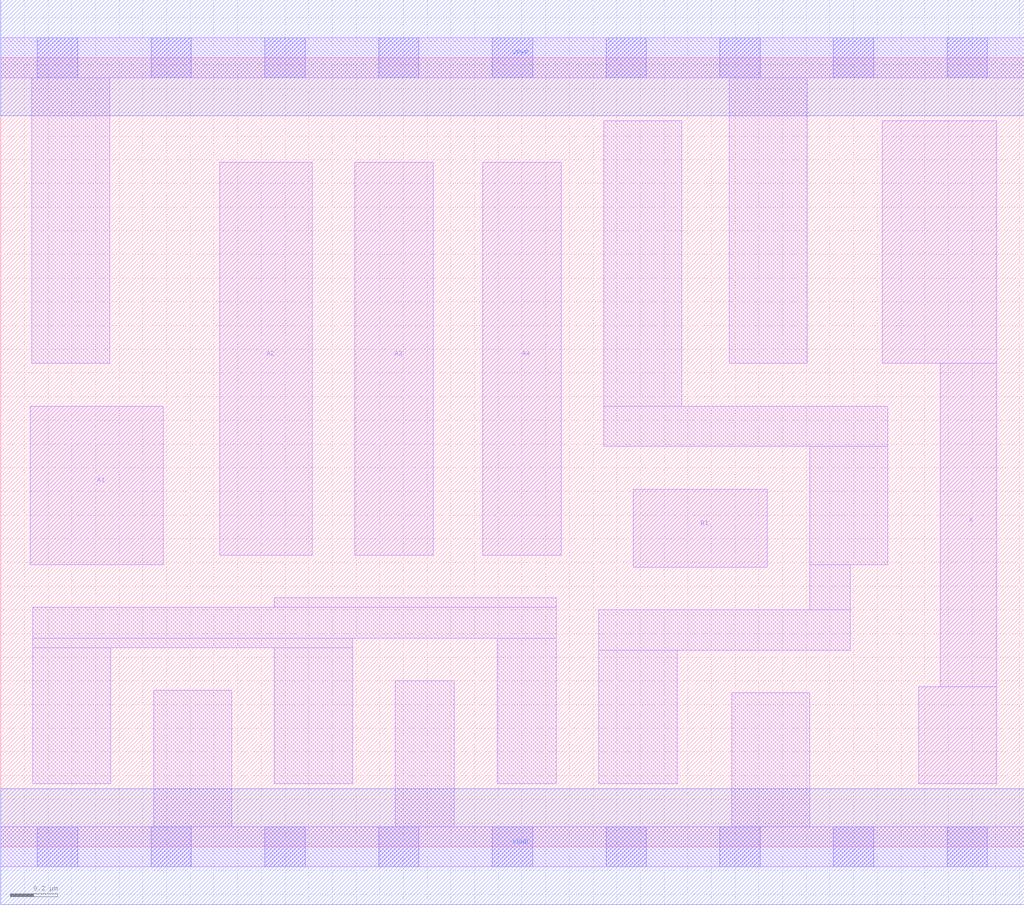
<source format=lef>
# Copyright 2020 The SkyWater PDK Authors
#
# Licensed under the Apache License, Version 2.0 (the "License");
# you may not use this file except in compliance with the License.
# You may obtain a copy of the License at
#
#     https://www.apache.org/licenses/LICENSE-2.0
#
# Unless required by applicable law or agreed to in writing, software
# distributed under the License is distributed on an "AS IS" BASIS,
# WITHOUT WARRANTIES OR CONDITIONS OF ANY KIND, either express or implied.
# See the License for the specific language governing permissions and
# limitations under the License.
#
# SPDX-License-Identifier: Apache-2.0

VERSION 5.7 ;
  NAMESCASESENSITIVE ON ;
  NOWIREEXTENSIONATPIN ON ;
  DIVIDERCHAR "/" ;
  BUSBITCHARS "[]" ;
UNITS
  DATABASE MICRONS 200 ;
END UNITS
MACRO sky130_fd_sc_lp__o41a_lp
  CLASS CORE ;
  SOURCE USER ;
  FOREIGN sky130_fd_sc_lp__o41a_lp ;
  ORIGIN  0.000000  0.000000 ;
  SIZE  4.320000 BY  3.330000 ;
  SYMMETRY X Y R90 ;
  SITE unit ;
  PIN A1
    ANTENNAGATEAREA  0.313000 ;
    DIRECTION INPUT ;
    USE SIGNAL ;
    PORT
      LAYER li1 ;
        RECT 0.125000 1.190000 0.685000 1.860000 ;
    END
  END A1
  PIN A2
    ANTENNAGATEAREA  0.313000 ;
    DIRECTION INPUT ;
    USE SIGNAL ;
    PORT
      LAYER li1 ;
        RECT 0.925000 1.230000 1.315000 2.890000 ;
    END
  END A2
  PIN A3
    ANTENNAGATEAREA  0.313000 ;
    DIRECTION INPUT ;
    USE SIGNAL ;
    PORT
      LAYER li1 ;
        RECT 1.495000 1.230000 1.825000 2.890000 ;
    END
  END A3
  PIN A4
    ANTENNAGATEAREA  0.313000 ;
    DIRECTION INPUT ;
    USE SIGNAL ;
    PORT
      LAYER li1 ;
        RECT 2.035000 1.230000 2.365000 2.890000 ;
    END
  END A4
  PIN B1
    ANTENNAGATEAREA  0.313000 ;
    DIRECTION INPUT ;
    USE SIGNAL ;
    PORT
      LAYER li1 ;
        RECT 2.670000 1.180000 3.235000 1.510000 ;
    END
  END B1
  PIN X
    ANTENNADIFFAREA  0.404700 ;
    DIRECTION OUTPUT ;
    USE SIGNAL ;
    PORT
      LAYER li1 ;
        RECT 3.720000 2.040000 4.205000 3.065000 ;
        RECT 3.875000 0.265000 4.205000 0.675000 ;
        RECT 3.965000 0.675000 4.205000 2.040000 ;
    END
  END X
  PIN VGND
    DIRECTION INOUT ;
    USE GROUND ;
    PORT
      LAYER met1 ;
        RECT 0.000000 -0.245000 4.320000 0.245000 ;
    END
  END VGND
  PIN VPWR
    DIRECTION INOUT ;
    USE POWER ;
    PORT
      LAYER met1 ;
        RECT 0.000000 3.085000 4.320000 3.575000 ;
    END
  END VPWR
  OBS
    LAYER li1 ;
      RECT 0.000000 -0.085000 4.320000 0.085000 ;
      RECT 0.000000  3.245000 4.320000 3.415000 ;
      RECT 0.130000  2.040000 0.460000 3.245000 ;
      RECT 0.135000  0.265000 0.465000 0.840000 ;
      RECT 0.135000  0.840000 1.485000 0.880000 ;
      RECT 0.135000  0.880000 2.345000 1.010000 ;
      RECT 0.645000  0.085000 0.975000 0.660000 ;
      RECT 1.155000  0.265000 1.485000 0.840000 ;
      RECT 1.155000  1.010000 2.345000 1.050000 ;
      RECT 1.665000  0.085000 1.915000 0.700000 ;
      RECT 2.095000  0.265000 2.345000 0.880000 ;
      RECT 2.525000  0.265000 2.855000 0.830000 ;
      RECT 2.525000  0.830000 3.585000 1.000000 ;
      RECT 2.545000  1.690000 3.745000 1.860000 ;
      RECT 2.545000  1.860000 2.875000 3.065000 ;
      RECT 3.075000  2.040000 3.405000 3.245000 ;
      RECT 3.085000  0.085000 3.415000 0.650000 ;
      RECT 3.415000  1.000000 3.585000 1.190000 ;
      RECT 3.415000  1.190000 3.745000 1.690000 ;
    LAYER mcon ;
      RECT 0.155000 -0.085000 0.325000 0.085000 ;
      RECT 0.155000  3.245000 0.325000 3.415000 ;
      RECT 0.635000 -0.085000 0.805000 0.085000 ;
      RECT 0.635000  3.245000 0.805000 3.415000 ;
      RECT 1.115000 -0.085000 1.285000 0.085000 ;
      RECT 1.115000  3.245000 1.285000 3.415000 ;
      RECT 1.595000 -0.085000 1.765000 0.085000 ;
      RECT 1.595000  3.245000 1.765000 3.415000 ;
      RECT 2.075000 -0.085000 2.245000 0.085000 ;
      RECT 2.075000  3.245000 2.245000 3.415000 ;
      RECT 2.555000 -0.085000 2.725000 0.085000 ;
      RECT 2.555000  3.245000 2.725000 3.415000 ;
      RECT 3.035000 -0.085000 3.205000 0.085000 ;
      RECT 3.035000  3.245000 3.205000 3.415000 ;
      RECT 3.515000 -0.085000 3.685000 0.085000 ;
      RECT 3.515000  3.245000 3.685000 3.415000 ;
      RECT 3.995000 -0.085000 4.165000 0.085000 ;
      RECT 3.995000  3.245000 4.165000 3.415000 ;
  END
END sky130_fd_sc_lp__o41a_lp

</source>
